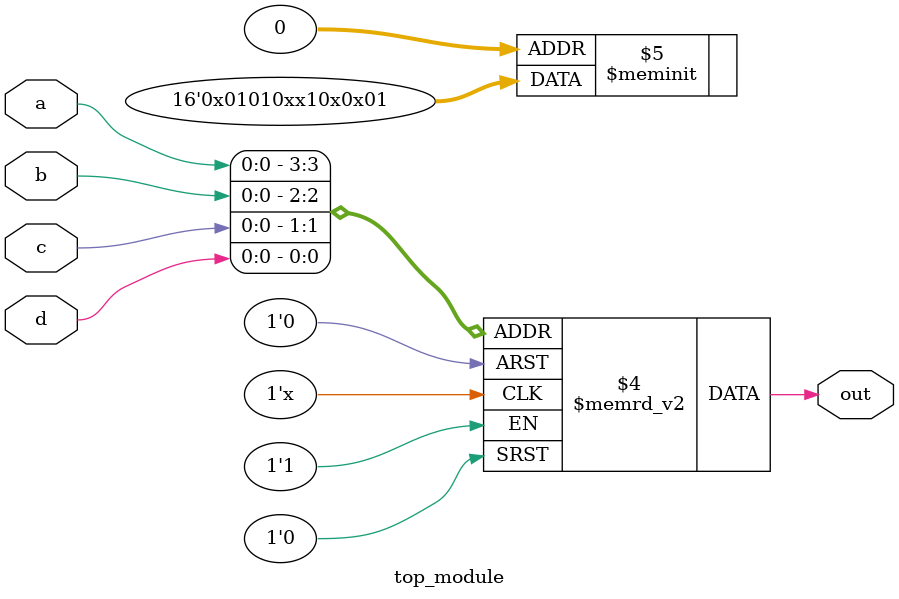
<source format=sv>
module top_module (
    input a,
    input b,
    input c,
    input d,
    output reg out
);

always @(*) begin
    case ({a, b, c, d})
        4'b0000, 4'b0110, 4'b1010, 4'b1100: out = 1'b1;
        4'b0001, 4'b0011, 4'b0101, 4'b1001, 4'b1011, 4'b1101, 4'b1111: out = 1'b0;
    endcase
end

endmodule

</source>
